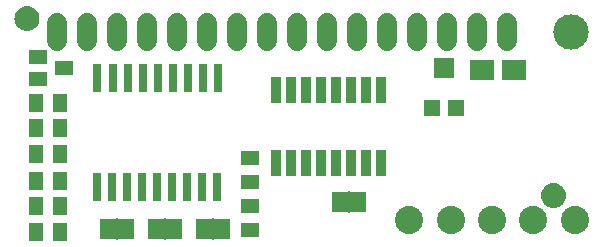
<source format=gbr>
G04 EAGLE Gerber RS-274X export*
G75*
%MOMM*%
%FSLAX34Y34*%
%LPD*%
%INSoldermask Top*%
%IPPOS*%
%AMOC8*
5,1,8,0,0,1.08239X$1,22.5*%
G01*
%ADD10C,3.003200*%
%ADD11R,0.803200X2.403200*%
%ADD12R,0.863600X2.235200*%
%ADD13R,1.303200X1.603200*%
%ADD14R,1.371600X1.803400*%
%ADD15R,0.152400X1.828800*%
%ADD16C,2.387600*%
%ADD17R,1.603200X1.303200*%
%ADD18R,1.603200X1.203200*%
%ADD19R,1.703200X1.803200*%
%ADD20R,1.403200X1.403200*%
%ADD21R,2.153200X1.703200*%
%ADD22C,1.727200*%

G36*
X17032Y197800D02*
X17032Y197800D01*
X17075Y197812D01*
X17141Y197819D01*
X18824Y198270D01*
X18865Y198289D01*
X18928Y198308D01*
X20508Y199045D01*
X20545Y199071D01*
X20604Y199100D01*
X22032Y200100D01*
X22063Y200132D01*
X22116Y200171D01*
X23349Y201404D01*
X23374Y201440D01*
X23420Y201488D01*
X24420Y202916D01*
X24438Y202957D01*
X24475Y203012D01*
X25212Y204592D01*
X25223Y204635D01*
X25250Y204696D01*
X25701Y206379D01*
X25703Y206411D01*
X25710Y206432D01*
X25710Y206447D01*
X25720Y206488D01*
X25872Y208225D01*
X25868Y208269D01*
X25872Y208335D01*
X25720Y210072D01*
X25708Y210115D01*
X25701Y210181D01*
X25250Y211864D01*
X25231Y211905D01*
X25212Y211968D01*
X24475Y213548D01*
X24449Y213585D01*
X24420Y213644D01*
X23420Y215072D01*
X23388Y215103D01*
X23349Y215156D01*
X22116Y216389D01*
X22080Y216414D01*
X22032Y216460D01*
X20604Y217460D01*
X20563Y217478D01*
X20508Y217515D01*
X18928Y218252D01*
X18885Y218263D01*
X18824Y218290D01*
X17141Y218741D01*
X17096Y218744D01*
X17032Y218760D01*
X15295Y218912D01*
X15251Y218908D01*
X15185Y218912D01*
X13448Y218760D01*
X13405Y218748D01*
X13339Y218741D01*
X11656Y218290D01*
X11615Y218271D01*
X11552Y218252D01*
X9972Y217515D01*
X9935Y217489D01*
X9876Y217460D01*
X8448Y216460D01*
X8417Y216428D01*
X8364Y216389D01*
X7131Y215156D01*
X7106Y215120D01*
X7060Y215072D01*
X6060Y213644D01*
X6042Y213603D01*
X6005Y213548D01*
X5268Y211968D01*
X5257Y211925D01*
X5230Y211864D01*
X4779Y210181D01*
X4776Y210136D01*
X4760Y210072D01*
X4608Y208335D01*
X4612Y208291D01*
X4608Y208225D01*
X4760Y206488D01*
X4772Y206445D01*
X4776Y206411D01*
X4776Y206395D01*
X4778Y206390D01*
X4779Y206379D01*
X5230Y204696D01*
X5249Y204655D01*
X5268Y204592D01*
X6005Y203012D01*
X6031Y202975D01*
X6060Y202916D01*
X7060Y201488D01*
X7092Y201457D01*
X7131Y201404D01*
X8364Y200171D01*
X8400Y200146D01*
X8448Y200100D01*
X9876Y199100D01*
X9917Y199082D01*
X9972Y199045D01*
X11552Y198308D01*
X11595Y198297D01*
X11656Y198270D01*
X13339Y197819D01*
X13384Y197816D01*
X13448Y197800D01*
X15185Y197648D01*
X15229Y197652D01*
X15295Y197648D01*
X17032Y197800D01*
G37*
G36*
X462802Y47940D02*
X462802Y47940D01*
X462845Y47952D01*
X462911Y47959D01*
X464594Y48410D01*
X464635Y48429D01*
X464698Y48448D01*
X466278Y49185D01*
X466315Y49211D01*
X466374Y49240D01*
X467802Y50240D01*
X467833Y50272D01*
X467886Y50311D01*
X469119Y51544D01*
X469144Y51580D01*
X469190Y51628D01*
X470190Y53056D01*
X470208Y53097D01*
X470245Y53152D01*
X470982Y54732D01*
X470993Y54775D01*
X471020Y54836D01*
X471471Y56519D01*
X471473Y56551D01*
X471480Y56572D01*
X471480Y56587D01*
X471490Y56628D01*
X471642Y58365D01*
X471638Y58409D01*
X471642Y58475D01*
X471490Y60212D01*
X471478Y60255D01*
X471471Y60321D01*
X471020Y62004D01*
X471001Y62045D01*
X470982Y62108D01*
X470245Y63688D01*
X470219Y63725D01*
X470190Y63784D01*
X469190Y65212D01*
X469158Y65243D01*
X469119Y65296D01*
X467886Y66529D01*
X467850Y66554D01*
X467802Y66600D01*
X466374Y67600D01*
X466333Y67618D01*
X466278Y67655D01*
X464698Y68392D01*
X464655Y68403D01*
X464594Y68430D01*
X462911Y68881D01*
X462866Y68884D01*
X462802Y68900D01*
X461065Y69052D01*
X461021Y69048D01*
X460955Y69052D01*
X459218Y68900D01*
X459175Y68888D01*
X459109Y68881D01*
X457426Y68430D01*
X457385Y68411D01*
X457322Y68392D01*
X455742Y67655D01*
X455705Y67629D01*
X455646Y67600D01*
X454218Y66600D01*
X454187Y66568D01*
X454134Y66529D01*
X452901Y65296D01*
X452876Y65260D01*
X452830Y65212D01*
X451830Y63784D01*
X451812Y63743D01*
X451775Y63688D01*
X451038Y62108D01*
X451027Y62065D01*
X451000Y62004D01*
X450549Y60321D01*
X450546Y60276D01*
X450530Y60212D01*
X450378Y58475D01*
X450382Y58431D01*
X450378Y58365D01*
X450530Y56628D01*
X450542Y56585D01*
X450546Y56551D01*
X450546Y56535D01*
X450548Y56530D01*
X450549Y56519D01*
X451000Y54836D01*
X451019Y54795D01*
X451038Y54732D01*
X451775Y53152D01*
X451801Y53115D01*
X451830Y53056D01*
X452830Y51628D01*
X452862Y51597D01*
X452901Y51544D01*
X454134Y50311D01*
X454170Y50286D01*
X454218Y50240D01*
X455646Y49240D01*
X455687Y49222D01*
X455742Y49185D01*
X457322Y48448D01*
X457365Y48437D01*
X457426Y48410D01*
X459109Y47959D01*
X459154Y47956D01*
X459218Y47940D01*
X460955Y47788D01*
X460999Y47792D01*
X461065Y47788D01*
X462802Y47940D01*
G37*
D10*
X476250Y197358D03*
D11*
X87630Y65760D03*
X139030Y157760D03*
X74930Y65760D03*
X100330Y65760D03*
X113030Y65760D03*
X126330Y157760D03*
X151730Y157760D03*
X164430Y157760D03*
X138430Y65760D03*
X125730Y65760D03*
X151130Y65760D03*
X163830Y65760D03*
X113630Y157760D03*
X100930Y157760D03*
X87930Y157760D03*
X74930Y157760D03*
X176530Y65760D03*
X177130Y157760D03*
D12*
X314960Y147574D03*
X314960Y86106D03*
X302260Y147574D03*
X289560Y147574D03*
X302260Y86106D03*
X289560Y86106D03*
X276860Y147574D03*
X276860Y86106D03*
X264160Y147574D03*
X264160Y86106D03*
X251460Y147574D03*
X238760Y147574D03*
X251460Y86106D03*
X238760Y86106D03*
X226060Y147574D03*
X226060Y86106D03*
D13*
X23020Y71120D03*
X43020Y71120D03*
X23020Y93980D03*
X43020Y93980D03*
X23020Y115570D03*
X43020Y115570D03*
D14*
X83820Y30480D03*
X99060Y30480D03*
D15*
X91440Y30480D03*
D14*
X139700Y30480D03*
X124460Y30480D03*
D15*
X132080Y30480D03*
D14*
X180340Y30480D03*
X165100Y30480D03*
D15*
X172720Y30480D03*
D16*
X408940Y38100D03*
X373940Y38100D03*
X443940Y38100D03*
X478940Y38100D03*
X338940Y38100D03*
D13*
X43020Y49530D03*
X23020Y49530D03*
X43020Y27940D03*
X23020Y27940D03*
D17*
X204470Y70010D03*
X204470Y90010D03*
D14*
X295910Y53340D03*
X280670Y53340D03*
D15*
X288290Y53340D03*
D18*
X46560Y166370D03*
X24560Y156870D03*
X24560Y175870D03*
D13*
X43020Y137160D03*
X23020Y137160D03*
D19*
X368300Y166130D03*
D20*
X358300Y132880D03*
X378300Y132880D03*
D21*
X400270Y165100D03*
X427770Y165100D03*
D17*
X204470Y29370D03*
X204470Y49370D03*
D22*
X421640Y189738D02*
X421640Y204978D01*
X396240Y204978D02*
X396240Y189738D01*
X370840Y189738D02*
X370840Y204978D01*
X345440Y204978D02*
X345440Y189738D01*
X320040Y189738D02*
X320040Y204978D01*
X294640Y204978D02*
X294640Y189738D01*
X269240Y189738D02*
X269240Y204978D01*
X243840Y204978D02*
X243840Y189738D01*
X218440Y189738D02*
X218440Y204978D01*
X193040Y204978D02*
X193040Y189738D01*
X167640Y189738D02*
X167640Y204978D01*
X142240Y204978D02*
X142240Y189738D01*
X116840Y189738D02*
X116840Y204978D01*
X91440Y204978D02*
X91440Y189738D01*
X66040Y189738D02*
X66040Y204978D01*
X40640Y204978D02*
X40640Y189738D01*
M02*

</source>
